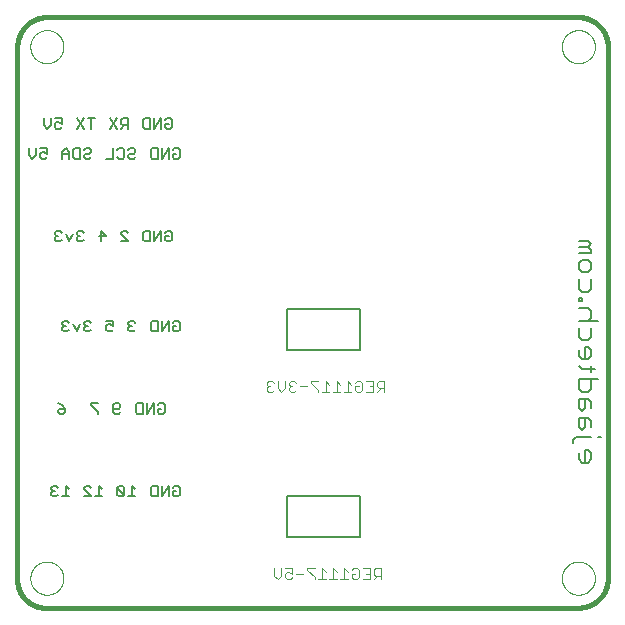
<source format=gbo>
G75*
%MOIN*%
%OFA0B0*%
%FSLAX25Y25*%
%IPPOS*%
%LPD*%
%AMOC8*
5,1,8,0,0,1.08239X$1,22.5*
%
%ADD10C,0.00000*%
%ADD11C,0.00500*%
%ADD12C,0.00800*%
%ADD13C,0.01600*%
%ADD14C,0.00600*%
%ADD15C,0.00400*%
D10*
X0006143Y0011643D02*
X0006145Y0011791D01*
X0006151Y0011939D01*
X0006161Y0012087D01*
X0006175Y0012234D01*
X0006193Y0012381D01*
X0006214Y0012527D01*
X0006240Y0012673D01*
X0006270Y0012818D01*
X0006303Y0012962D01*
X0006341Y0013105D01*
X0006382Y0013247D01*
X0006427Y0013388D01*
X0006475Y0013528D01*
X0006528Y0013667D01*
X0006584Y0013804D01*
X0006644Y0013939D01*
X0006707Y0014073D01*
X0006774Y0014205D01*
X0006845Y0014335D01*
X0006919Y0014463D01*
X0006996Y0014589D01*
X0007077Y0014713D01*
X0007161Y0014835D01*
X0007248Y0014954D01*
X0007339Y0015071D01*
X0007433Y0015186D01*
X0007529Y0015298D01*
X0007629Y0015408D01*
X0007731Y0015514D01*
X0007837Y0015618D01*
X0007945Y0015719D01*
X0008056Y0015817D01*
X0008169Y0015913D01*
X0008285Y0016005D01*
X0008403Y0016094D01*
X0008524Y0016179D01*
X0008647Y0016262D01*
X0008772Y0016341D01*
X0008899Y0016417D01*
X0009028Y0016489D01*
X0009159Y0016558D01*
X0009292Y0016623D01*
X0009427Y0016684D01*
X0009563Y0016742D01*
X0009700Y0016797D01*
X0009839Y0016847D01*
X0009980Y0016894D01*
X0010121Y0016937D01*
X0010264Y0016977D01*
X0010408Y0017012D01*
X0010552Y0017044D01*
X0010698Y0017071D01*
X0010844Y0017095D01*
X0010991Y0017115D01*
X0011138Y0017131D01*
X0011285Y0017143D01*
X0011433Y0017151D01*
X0011581Y0017155D01*
X0011729Y0017155D01*
X0011877Y0017151D01*
X0012025Y0017143D01*
X0012172Y0017131D01*
X0012319Y0017115D01*
X0012466Y0017095D01*
X0012612Y0017071D01*
X0012758Y0017044D01*
X0012902Y0017012D01*
X0013046Y0016977D01*
X0013189Y0016937D01*
X0013330Y0016894D01*
X0013471Y0016847D01*
X0013610Y0016797D01*
X0013747Y0016742D01*
X0013883Y0016684D01*
X0014018Y0016623D01*
X0014151Y0016558D01*
X0014282Y0016489D01*
X0014411Y0016417D01*
X0014538Y0016341D01*
X0014663Y0016262D01*
X0014786Y0016179D01*
X0014907Y0016094D01*
X0015025Y0016005D01*
X0015141Y0015913D01*
X0015254Y0015817D01*
X0015365Y0015719D01*
X0015473Y0015618D01*
X0015579Y0015514D01*
X0015681Y0015408D01*
X0015781Y0015298D01*
X0015877Y0015186D01*
X0015971Y0015071D01*
X0016062Y0014954D01*
X0016149Y0014835D01*
X0016233Y0014713D01*
X0016314Y0014589D01*
X0016391Y0014463D01*
X0016465Y0014335D01*
X0016536Y0014205D01*
X0016603Y0014073D01*
X0016666Y0013939D01*
X0016726Y0013804D01*
X0016782Y0013667D01*
X0016835Y0013528D01*
X0016883Y0013388D01*
X0016928Y0013247D01*
X0016969Y0013105D01*
X0017007Y0012962D01*
X0017040Y0012818D01*
X0017070Y0012673D01*
X0017096Y0012527D01*
X0017117Y0012381D01*
X0017135Y0012234D01*
X0017149Y0012087D01*
X0017159Y0011939D01*
X0017165Y0011791D01*
X0017167Y0011643D01*
X0017165Y0011495D01*
X0017159Y0011347D01*
X0017149Y0011199D01*
X0017135Y0011052D01*
X0017117Y0010905D01*
X0017096Y0010759D01*
X0017070Y0010613D01*
X0017040Y0010468D01*
X0017007Y0010324D01*
X0016969Y0010181D01*
X0016928Y0010039D01*
X0016883Y0009898D01*
X0016835Y0009758D01*
X0016782Y0009619D01*
X0016726Y0009482D01*
X0016666Y0009347D01*
X0016603Y0009213D01*
X0016536Y0009081D01*
X0016465Y0008951D01*
X0016391Y0008823D01*
X0016314Y0008697D01*
X0016233Y0008573D01*
X0016149Y0008451D01*
X0016062Y0008332D01*
X0015971Y0008215D01*
X0015877Y0008100D01*
X0015781Y0007988D01*
X0015681Y0007878D01*
X0015579Y0007772D01*
X0015473Y0007668D01*
X0015365Y0007567D01*
X0015254Y0007469D01*
X0015141Y0007373D01*
X0015025Y0007281D01*
X0014907Y0007192D01*
X0014786Y0007107D01*
X0014663Y0007024D01*
X0014538Y0006945D01*
X0014411Y0006869D01*
X0014282Y0006797D01*
X0014151Y0006728D01*
X0014018Y0006663D01*
X0013883Y0006602D01*
X0013747Y0006544D01*
X0013610Y0006489D01*
X0013471Y0006439D01*
X0013330Y0006392D01*
X0013189Y0006349D01*
X0013046Y0006309D01*
X0012902Y0006274D01*
X0012758Y0006242D01*
X0012612Y0006215D01*
X0012466Y0006191D01*
X0012319Y0006171D01*
X0012172Y0006155D01*
X0012025Y0006143D01*
X0011877Y0006135D01*
X0011729Y0006131D01*
X0011581Y0006131D01*
X0011433Y0006135D01*
X0011285Y0006143D01*
X0011138Y0006155D01*
X0010991Y0006171D01*
X0010844Y0006191D01*
X0010698Y0006215D01*
X0010552Y0006242D01*
X0010408Y0006274D01*
X0010264Y0006309D01*
X0010121Y0006349D01*
X0009980Y0006392D01*
X0009839Y0006439D01*
X0009700Y0006489D01*
X0009563Y0006544D01*
X0009427Y0006602D01*
X0009292Y0006663D01*
X0009159Y0006728D01*
X0009028Y0006797D01*
X0008899Y0006869D01*
X0008772Y0006945D01*
X0008647Y0007024D01*
X0008524Y0007107D01*
X0008403Y0007192D01*
X0008285Y0007281D01*
X0008169Y0007373D01*
X0008056Y0007469D01*
X0007945Y0007567D01*
X0007837Y0007668D01*
X0007731Y0007772D01*
X0007629Y0007878D01*
X0007529Y0007988D01*
X0007433Y0008100D01*
X0007339Y0008215D01*
X0007248Y0008332D01*
X0007161Y0008451D01*
X0007077Y0008573D01*
X0006996Y0008697D01*
X0006919Y0008823D01*
X0006845Y0008951D01*
X0006774Y0009081D01*
X0006707Y0009213D01*
X0006644Y0009347D01*
X0006584Y0009482D01*
X0006528Y0009619D01*
X0006475Y0009758D01*
X0006427Y0009898D01*
X0006382Y0010039D01*
X0006341Y0010181D01*
X0006303Y0010324D01*
X0006270Y0010468D01*
X0006240Y0010613D01*
X0006214Y0010759D01*
X0006193Y0010905D01*
X0006175Y0011052D01*
X0006161Y0011199D01*
X0006151Y0011347D01*
X0006145Y0011495D01*
X0006143Y0011643D01*
X0006143Y0188808D02*
X0006145Y0188956D01*
X0006151Y0189104D01*
X0006161Y0189252D01*
X0006175Y0189399D01*
X0006193Y0189546D01*
X0006214Y0189692D01*
X0006240Y0189838D01*
X0006270Y0189983D01*
X0006303Y0190127D01*
X0006341Y0190270D01*
X0006382Y0190412D01*
X0006427Y0190553D01*
X0006475Y0190693D01*
X0006528Y0190832D01*
X0006584Y0190969D01*
X0006644Y0191104D01*
X0006707Y0191238D01*
X0006774Y0191370D01*
X0006845Y0191500D01*
X0006919Y0191628D01*
X0006996Y0191754D01*
X0007077Y0191878D01*
X0007161Y0192000D01*
X0007248Y0192119D01*
X0007339Y0192236D01*
X0007433Y0192351D01*
X0007529Y0192463D01*
X0007629Y0192573D01*
X0007731Y0192679D01*
X0007837Y0192783D01*
X0007945Y0192884D01*
X0008056Y0192982D01*
X0008169Y0193078D01*
X0008285Y0193170D01*
X0008403Y0193259D01*
X0008524Y0193344D01*
X0008647Y0193427D01*
X0008772Y0193506D01*
X0008899Y0193582D01*
X0009028Y0193654D01*
X0009159Y0193723D01*
X0009292Y0193788D01*
X0009427Y0193849D01*
X0009563Y0193907D01*
X0009700Y0193962D01*
X0009839Y0194012D01*
X0009980Y0194059D01*
X0010121Y0194102D01*
X0010264Y0194142D01*
X0010408Y0194177D01*
X0010552Y0194209D01*
X0010698Y0194236D01*
X0010844Y0194260D01*
X0010991Y0194280D01*
X0011138Y0194296D01*
X0011285Y0194308D01*
X0011433Y0194316D01*
X0011581Y0194320D01*
X0011729Y0194320D01*
X0011877Y0194316D01*
X0012025Y0194308D01*
X0012172Y0194296D01*
X0012319Y0194280D01*
X0012466Y0194260D01*
X0012612Y0194236D01*
X0012758Y0194209D01*
X0012902Y0194177D01*
X0013046Y0194142D01*
X0013189Y0194102D01*
X0013330Y0194059D01*
X0013471Y0194012D01*
X0013610Y0193962D01*
X0013747Y0193907D01*
X0013883Y0193849D01*
X0014018Y0193788D01*
X0014151Y0193723D01*
X0014282Y0193654D01*
X0014411Y0193582D01*
X0014538Y0193506D01*
X0014663Y0193427D01*
X0014786Y0193344D01*
X0014907Y0193259D01*
X0015025Y0193170D01*
X0015141Y0193078D01*
X0015254Y0192982D01*
X0015365Y0192884D01*
X0015473Y0192783D01*
X0015579Y0192679D01*
X0015681Y0192573D01*
X0015781Y0192463D01*
X0015877Y0192351D01*
X0015971Y0192236D01*
X0016062Y0192119D01*
X0016149Y0192000D01*
X0016233Y0191878D01*
X0016314Y0191754D01*
X0016391Y0191628D01*
X0016465Y0191500D01*
X0016536Y0191370D01*
X0016603Y0191238D01*
X0016666Y0191104D01*
X0016726Y0190969D01*
X0016782Y0190832D01*
X0016835Y0190693D01*
X0016883Y0190553D01*
X0016928Y0190412D01*
X0016969Y0190270D01*
X0017007Y0190127D01*
X0017040Y0189983D01*
X0017070Y0189838D01*
X0017096Y0189692D01*
X0017117Y0189546D01*
X0017135Y0189399D01*
X0017149Y0189252D01*
X0017159Y0189104D01*
X0017165Y0188956D01*
X0017167Y0188808D01*
X0017165Y0188660D01*
X0017159Y0188512D01*
X0017149Y0188364D01*
X0017135Y0188217D01*
X0017117Y0188070D01*
X0017096Y0187924D01*
X0017070Y0187778D01*
X0017040Y0187633D01*
X0017007Y0187489D01*
X0016969Y0187346D01*
X0016928Y0187204D01*
X0016883Y0187063D01*
X0016835Y0186923D01*
X0016782Y0186784D01*
X0016726Y0186647D01*
X0016666Y0186512D01*
X0016603Y0186378D01*
X0016536Y0186246D01*
X0016465Y0186116D01*
X0016391Y0185988D01*
X0016314Y0185862D01*
X0016233Y0185738D01*
X0016149Y0185616D01*
X0016062Y0185497D01*
X0015971Y0185380D01*
X0015877Y0185265D01*
X0015781Y0185153D01*
X0015681Y0185043D01*
X0015579Y0184937D01*
X0015473Y0184833D01*
X0015365Y0184732D01*
X0015254Y0184634D01*
X0015141Y0184538D01*
X0015025Y0184446D01*
X0014907Y0184357D01*
X0014786Y0184272D01*
X0014663Y0184189D01*
X0014538Y0184110D01*
X0014411Y0184034D01*
X0014282Y0183962D01*
X0014151Y0183893D01*
X0014018Y0183828D01*
X0013883Y0183767D01*
X0013747Y0183709D01*
X0013610Y0183654D01*
X0013471Y0183604D01*
X0013330Y0183557D01*
X0013189Y0183514D01*
X0013046Y0183474D01*
X0012902Y0183439D01*
X0012758Y0183407D01*
X0012612Y0183380D01*
X0012466Y0183356D01*
X0012319Y0183336D01*
X0012172Y0183320D01*
X0012025Y0183308D01*
X0011877Y0183300D01*
X0011729Y0183296D01*
X0011581Y0183296D01*
X0011433Y0183300D01*
X0011285Y0183308D01*
X0011138Y0183320D01*
X0010991Y0183336D01*
X0010844Y0183356D01*
X0010698Y0183380D01*
X0010552Y0183407D01*
X0010408Y0183439D01*
X0010264Y0183474D01*
X0010121Y0183514D01*
X0009980Y0183557D01*
X0009839Y0183604D01*
X0009700Y0183654D01*
X0009563Y0183709D01*
X0009427Y0183767D01*
X0009292Y0183828D01*
X0009159Y0183893D01*
X0009028Y0183962D01*
X0008899Y0184034D01*
X0008772Y0184110D01*
X0008647Y0184189D01*
X0008524Y0184272D01*
X0008403Y0184357D01*
X0008285Y0184446D01*
X0008169Y0184538D01*
X0008056Y0184634D01*
X0007945Y0184732D01*
X0007837Y0184833D01*
X0007731Y0184937D01*
X0007629Y0185043D01*
X0007529Y0185153D01*
X0007433Y0185265D01*
X0007339Y0185380D01*
X0007248Y0185497D01*
X0007161Y0185616D01*
X0007077Y0185738D01*
X0006996Y0185862D01*
X0006919Y0185988D01*
X0006845Y0186116D01*
X0006774Y0186246D01*
X0006707Y0186378D01*
X0006644Y0186512D01*
X0006584Y0186647D01*
X0006528Y0186784D01*
X0006475Y0186923D01*
X0006427Y0187063D01*
X0006382Y0187204D01*
X0006341Y0187346D01*
X0006303Y0187489D01*
X0006270Y0187633D01*
X0006240Y0187778D01*
X0006214Y0187924D01*
X0006193Y0188070D01*
X0006175Y0188217D01*
X0006161Y0188364D01*
X0006151Y0188512D01*
X0006145Y0188660D01*
X0006143Y0188808D01*
X0183309Y0188808D02*
X0183311Y0188956D01*
X0183317Y0189104D01*
X0183327Y0189252D01*
X0183341Y0189399D01*
X0183359Y0189546D01*
X0183380Y0189692D01*
X0183406Y0189838D01*
X0183436Y0189983D01*
X0183469Y0190127D01*
X0183507Y0190270D01*
X0183548Y0190412D01*
X0183593Y0190553D01*
X0183641Y0190693D01*
X0183694Y0190832D01*
X0183750Y0190969D01*
X0183810Y0191104D01*
X0183873Y0191238D01*
X0183940Y0191370D01*
X0184011Y0191500D01*
X0184085Y0191628D01*
X0184162Y0191754D01*
X0184243Y0191878D01*
X0184327Y0192000D01*
X0184414Y0192119D01*
X0184505Y0192236D01*
X0184599Y0192351D01*
X0184695Y0192463D01*
X0184795Y0192573D01*
X0184897Y0192679D01*
X0185003Y0192783D01*
X0185111Y0192884D01*
X0185222Y0192982D01*
X0185335Y0193078D01*
X0185451Y0193170D01*
X0185569Y0193259D01*
X0185690Y0193344D01*
X0185813Y0193427D01*
X0185938Y0193506D01*
X0186065Y0193582D01*
X0186194Y0193654D01*
X0186325Y0193723D01*
X0186458Y0193788D01*
X0186593Y0193849D01*
X0186729Y0193907D01*
X0186866Y0193962D01*
X0187005Y0194012D01*
X0187146Y0194059D01*
X0187287Y0194102D01*
X0187430Y0194142D01*
X0187574Y0194177D01*
X0187718Y0194209D01*
X0187864Y0194236D01*
X0188010Y0194260D01*
X0188157Y0194280D01*
X0188304Y0194296D01*
X0188451Y0194308D01*
X0188599Y0194316D01*
X0188747Y0194320D01*
X0188895Y0194320D01*
X0189043Y0194316D01*
X0189191Y0194308D01*
X0189338Y0194296D01*
X0189485Y0194280D01*
X0189632Y0194260D01*
X0189778Y0194236D01*
X0189924Y0194209D01*
X0190068Y0194177D01*
X0190212Y0194142D01*
X0190355Y0194102D01*
X0190496Y0194059D01*
X0190637Y0194012D01*
X0190776Y0193962D01*
X0190913Y0193907D01*
X0191049Y0193849D01*
X0191184Y0193788D01*
X0191317Y0193723D01*
X0191448Y0193654D01*
X0191577Y0193582D01*
X0191704Y0193506D01*
X0191829Y0193427D01*
X0191952Y0193344D01*
X0192073Y0193259D01*
X0192191Y0193170D01*
X0192307Y0193078D01*
X0192420Y0192982D01*
X0192531Y0192884D01*
X0192639Y0192783D01*
X0192745Y0192679D01*
X0192847Y0192573D01*
X0192947Y0192463D01*
X0193043Y0192351D01*
X0193137Y0192236D01*
X0193228Y0192119D01*
X0193315Y0192000D01*
X0193399Y0191878D01*
X0193480Y0191754D01*
X0193557Y0191628D01*
X0193631Y0191500D01*
X0193702Y0191370D01*
X0193769Y0191238D01*
X0193832Y0191104D01*
X0193892Y0190969D01*
X0193948Y0190832D01*
X0194001Y0190693D01*
X0194049Y0190553D01*
X0194094Y0190412D01*
X0194135Y0190270D01*
X0194173Y0190127D01*
X0194206Y0189983D01*
X0194236Y0189838D01*
X0194262Y0189692D01*
X0194283Y0189546D01*
X0194301Y0189399D01*
X0194315Y0189252D01*
X0194325Y0189104D01*
X0194331Y0188956D01*
X0194333Y0188808D01*
X0194331Y0188660D01*
X0194325Y0188512D01*
X0194315Y0188364D01*
X0194301Y0188217D01*
X0194283Y0188070D01*
X0194262Y0187924D01*
X0194236Y0187778D01*
X0194206Y0187633D01*
X0194173Y0187489D01*
X0194135Y0187346D01*
X0194094Y0187204D01*
X0194049Y0187063D01*
X0194001Y0186923D01*
X0193948Y0186784D01*
X0193892Y0186647D01*
X0193832Y0186512D01*
X0193769Y0186378D01*
X0193702Y0186246D01*
X0193631Y0186116D01*
X0193557Y0185988D01*
X0193480Y0185862D01*
X0193399Y0185738D01*
X0193315Y0185616D01*
X0193228Y0185497D01*
X0193137Y0185380D01*
X0193043Y0185265D01*
X0192947Y0185153D01*
X0192847Y0185043D01*
X0192745Y0184937D01*
X0192639Y0184833D01*
X0192531Y0184732D01*
X0192420Y0184634D01*
X0192307Y0184538D01*
X0192191Y0184446D01*
X0192073Y0184357D01*
X0191952Y0184272D01*
X0191829Y0184189D01*
X0191704Y0184110D01*
X0191577Y0184034D01*
X0191448Y0183962D01*
X0191317Y0183893D01*
X0191184Y0183828D01*
X0191049Y0183767D01*
X0190913Y0183709D01*
X0190776Y0183654D01*
X0190637Y0183604D01*
X0190496Y0183557D01*
X0190355Y0183514D01*
X0190212Y0183474D01*
X0190068Y0183439D01*
X0189924Y0183407D01*
X0189778Y0183380D01*
X0189632Y0183356D01*
X0189485Y0183336D01*
X0189338Y0183320D01*
X0189191Y0183308D01*
X0189043Y0183300D01*
X0188895Y0183296D01*
X0188747Y0183296D01*
X0188599Y0183300D01*
X0188451Y0183308D01*
X0188304Y0183320D01*
X0188157Y0183336D01*
X0188010Y0183356D01*
X0187864Y0183380D01*
X0187718Y0183407D01*
X0187574Y0183439D01*
X0187430Y0183474D01*
X0187287Y0183514D01*
X0187146Y0183557D01*
X0187005Y0183604D01*
X0186866Y0183654D01*
X0186729Y0183709D01*
X0186593Y0183767D01*
X0186458Y0183828D01*
X0186325Y0183893D01*
X0186194Y0183962D01*
X0186065Y0184034D01*
X0185938Y0184110D01*
X0185813Y0184189D01*
X0185690Y0184272D01*
X0185569Y0184357D01*
X0185451Y0184446D01*
X0185335Y0184538D01*
X0185222Y0184634D01*
X0185111Y0184732D01*
X0185003Y0184833D01*
X0184897Y0184937D01*
X0184795Y0185043D01*
X0184695Y0185153D01*
X0184599Y0185265D01*
X0184505Y0185380D01*
X0184414Y0185497D01*
X0184327Y0185616D01*
X0184243Y0185738D01*
X0184162Y0185862D01*
X0184085Y0185988D01*
X0184011Y0186116D01*
X0183940Y0186246D01*
X0183873Y0186378D01*
X0183810Y0186512D01*
X0183750Y0186647D01*
X0183694Y0186784D01*
X0183641Y0186923D01*
X0183593Y0187063D01*
X0183548Y0187204D01*
X0183507Y0187346D01*
X0183469Y0187489D01*
X0183436Y0187633D01*
X0183406Y0187778D01*
X0183380Y0187924D01*
X0183359Y0188070D01*
X0183341Y0188217D01*
X0183327Y0188364D01*
X0183317Y0188512D01*
X0183311Y0188660D01*
X0183309Y0188808D01*
X0183309Y0011643D02*
X0183311Y0011791D01*
X0183317Y0011939D01*
X0183327Y0012087D01*
X0183341Y0012234D01*
X0183359Y0012381D01*
X0183380Y0012527D01*
X0183406Y0012673D01*
X0183436Y0012818D01*
X0183469Y0012962D01*
X0183507Y0013105D01*
X0183548Y0013247D01*
X0183593Y0013388D01*
X0183641Y0013528D01*
X0183694Y0013667D01*
X0183750Y0013804D01*
X0183810Y0013939D01*
X0183873Y0014073D01*
X0183940Y0014205D01*
X0184011Y0014335D01*
X0184085Y0014463D01*
X0184162Y0014589D01*
X0184243Y0014713D01*
X0184327Y0014835D01*
X0184414Y0014954D01*
X0184505Y0015071D01*
X0184599Y0015186D01*
X0184695Y0015298D01*
X0184795Y0015408D01*
X0184897Y0015514D01*
X0185003Y0015618D01*
X0185111Y0015719D01*
X0185222Y0015817D01*
X0185335Y0015913D01*
X0185451Y0016005D01*
X0185569Y0016094D01*
X0185690Y0016179D01*
X0185813Y0016262D01*
X0185938Y0016341D01*
X0186065Y0016417D01*
X0186194Y0016489D01*
X0186325Y0016558D01*
X0186458Y0016623D01*
X0186593Y0016684D01*
X0186729Y0016742D01*
X0186866Y0016797D01*
X0187005Y0016847D01*
X0187146Y0016894D01*
X0187287Y0016937D01*
X0187430Y0016977D01*
X0187574Y0017012D01*
X0187718Y0017044D01*
X0187864Y0017071D01*
X0188010Y0017095D01*
X0188157Y0017115D01*
X0188304Y0017131D01*
X0188451Y0017143D01*
X0188599Y0017151D01*
X0188747Y0017155D01*
X0188895Y0017155D01*
X0189043Y0017151D01*
X0189191Y0017143D01*
X0189338Y0017131D01*
X0189485Y0017115D01*
X0189632Y0017095D01*
X0189778Y0017071D01*
X0189924Y0017044D01*
X0190068Y0017012D01*
X0190212Y0016977D01*
X0190355Y0016937D01*
X0190496Y0016894D01*
X0190637Y0016847D01*
X0190776Y0016797D01*
X0190913Y0016742D01*
X0191049Y0016684D01*
X0191184Y0016623D01*
X0191317Y0016558D01*
X0191448Y0016489D01*
X0191577Y0016417D01*
X0191704Y0016341D01*
X0191829Y0016262D01*
X0191952Y0016179D01*
X0192073Y0016094D01*
X0192191Y0016005D01*
X0192307Y0015913D01*
X0192420Y0015817D01*
X0192531Y0015719D01*
X0192639Y0015618D01*
X0192745Y0015514D01*
X0192847Y0015408D01*
X0192947Y0015298D01*
X0193043Y0015186D01*
X0193137Y0015071D01*
X0193228Y0014954D01*
X0193315Y0014835D01*
X0193399Y0014713D01*
X0193480Y0014589D01*
X0193557Y0014463D01*
X0193631Y0014335D01*
X0193702Y0014205D01*
X0193769Y0014073D01*
X0193832Y0013939D01*
X0193892Y0013804D01*
X0193948Y0013667D01*
X0194001Y0013528D01*
X0194049Y0013388D01*
X0194094Y0013247D01*
X0194135Y0013105D01*
X0194173Y0012962D01*
X0194206Y0012818D01*
X0194236Y0012673D01*
X0194262Y0012527D01*
X0194283Y0012381D01*
X0194301Y0012234D01*
X0194315Y0012087D01*
X0194325Y0011939D01*
X0194331Y0011791D01*
X0194333Y0011643D01*
X0194331Y0011495D01*
X0194325Y0011347D01*
X0194315Y0011199D01*
X0194301Y0011052D01*
X0194283Y0010905D01*
X0194262Y0010759D01*
X0194236Y0010613D01*
X0194206Y0010468D01*
X0194173Y0010324D01*
X0194135Y0010181D01*
X0194094Y0010039D01*
X0194049Y0009898D01*
X0194001Y0009758D01*
X0193948Y0009619D01*
X0193892Y0009482D01*
X0193832Y0009347D01*
X0193769Y0009213D01*
X0193702Y0009081D01*
X0193631Y0008951D01*
X0193557Y0008823D01*
X0193480Y0008697D01*
X0193399Y0008573D01*
X0193315Y0008451D01*
X0193228Y0008332D01*
X0193137Y0008215D01*
X0193043Y0008100D01*
X0192947Y0007988D01*
X0192847Y0007878D01*
X0192745Y0007772D01*
X0192639Y0007668D01*
X0192531Y0007567D01*
X0192420Y0007469D01*
X0192307Y0007373D01*
X0192191Y0007281D01*
X0192073Y0007192D01*
X0191952Y0007107D01*
X0191829Y0007024D01*
X0191704Y0006945D01*
X0191577Y0006869D01*
X0191448Y0006797D01*
X0191317Y0006728D01*
X0191184Y0006663D01*
X0191049Y0006602D01*
X0190913Y0006544D01*
X0190776Y0006489D01*
X0190637Y0006439D01*
X0190496Y0006392D01*
X0190355Y0006349D01*
X0190212Y0006309D01*
X0190068Y0006274D01*
X0189924Y0006242D01*
X0189778Y0006215D01*
X0189632Y0006191D01*
X0189485Y0006171D01*
X0189338Y0006155D01*
X0189191Y0006143D01*
X0189043Y0006135D01*
X0188895Y0006131D01*
X0188747Y0006131D01*
X0188599Y0006135D01*
X0188451Y0006143D01*
X0188304Y0006155D01*
X0188157Y0006171D01*
X0188010Y0006191D01*
X0187864Y0006215D01*
X0187718Y0006242D01*
X0187574Y0006274D01*
X0187430Y0006309D01*
X0187287Y0006349D01*
X0187146Y0006392D01*
X0187005Y0006439D01*
X0186866Y0006489D01*
X0186729Y0006544D01*
X0186593Y0006602D01*
X0186458Y0006663D01*
X0186325Y0006728D01*
X0186194Y0006797D01*
X0186065Y0006869D01*
X0185938Y0006945D01*
X0185813Y0007024D01*
X0185690Y0007107D01*
X0185569Y0007192D01*
X0185451Y0007281D01*
X0185335Y0007373D01*
X0185222Y0007469D01*
X0185111Y0007567D01*
X0185003Y0007668D01*
X0184897Y0007772D01*
X0184795Y0007878D01*
X0184695Y0007988D01*
X0184599Y0008100D01*
X0184505Y0008215D01*
X0184414Y0008332D01*
X0184327Y0008451D01*
X0184243Y0008573D01*
X0184162Y0008697D01*
X0184085Y0008823D01*
X0184011Y0008951D01*
X0183940Y0009081D01*
X0183873Y0009213D01*
X0183810Y0009347D01*
X0183750Y0009482D01*
X0183694Y0009619D01*
X0183641Y0009758D01*
X0183593Y0009898D01*
X0183548Y0010039D01*
X0183507Y0010181D01*
X0183469Y0010324D01*
X0183436Y0010468D01*
X0183406Y0010613D01*
X0183380Y0010759D01*
X0183359Y0010905D01*
X0183341Y0011052D01*
X0183327Y0011199D01*
X0183317Y0011347D01*
X0183311Y0011495D01*
X0183309Y0011643D01*
D11*
X0055913Y0039484D02*
X0055330Y0038900D01*
X0054162Y0038900D01*
X0053578Y0039484D01*
X0053578Y0040652D01*
X0054746Y0040652D01*
X0055913Y0041820D02*
X0055913Y0039484D01*
X0055913Y0041820D02*
X0055330Y0042403D01*
X0054162Y0042403D01*
X0053578Y0041820D01*
X0052230Y0042403D02*
X0052230Y0038900D01*
X0049895Y0038900D02*
X0049895Y0042403D01*
X0048547Y0042403D02*
X0046796Y0042403D01*
X0046212Y0041820D01*
X0046212Y0039484D01*
X0046796Y0038900D01*
X0048547Y0038900D01*
X0048547Y0042403D01*
X0052230Y0042403D02*
X0049895Y0038900D01*
X0041181Y0038900D02*
X0038845Y0038900D01*
X0040013Y0038900D02*
X0040013Y0042403D01*
X0041181Y0041236D01*
X0037498Y0041820D02*
X0037498Y0039484D01*
X0035162Y0041820D01*
X0035162Y0039484D01*
X0035746Y0038900D01*
X0036914Y0038900D01*
X0037498Y0039484D01*
X0037498Y0041820D02*
X0036914Y0042403D01*
X0035746Y0042403D01*
X0035162Y0041820D01*
X0030131Y0041236D02*
X0028964Y0042403D01*
X0028964Y0038900D01*
X0030131Y0038900D02*
X0027796Y0038900D01*
X0026448Y0038900D02*
X0024113Y0041236D01*
X0024113Y0041820D01*
X0024697Y0042403D01*
X0025864Y0042403D01*
X0026448Y0041820D01*
X0026448Y0038900D02*
X0024113Y0038900D01*
X0019082Y0038900D02*
X0016747Y0038900D01*
X0017914Y0038900D02*
X0017914Y0042403D01*
X0019082Y0041236D01*
X0015399Y0041820D02*
X0014815Y0042403D01*
X0013647Y0042403D01*
X0013063Y0041820D01*
X0013063Y0041236D01*
X0013647Y0040652D01*
X0013063Y0040068D01*
X0013063Y0039484D01*
X0013647Y0038900D01*
X0014815Y0038900D01*
X0015399Y0039484D01*
X0014231Y0040652D02*
X0013647Y0040652D01*
X0016014Y0066400D02*
X0015430Y0066984D01*
X0015430Y0067568D01*
X0016014Y0068152D01*
X0017765Y0068152D01*
X0017765Y0066984D01*
X0017181Y0066400D01*
X0016014Y0066400D01*
X0017765Y0068152D02*
X0016597Y0069320D01*
X0015430Y0069903D01*
X0026479Y0069903D02*
X0026479Y0069320D01*
X0028814Y0066984D01*
X0028814Y0066400D01*
X0028814Y0069903D02*
X0026479Y0069903D01*
X0033845Y0069320D02*
X0033845Y0066984D01*
X0034429Y0066400D01*
X0035597Y0066400D01*
X0036181Y0066984D01*
X0035597Y0068152D02*
X0036181Y0068736D01*
X0036181Y0069320D01*
X0035597Y0069903D01*
X0034429Y0069903D01*
X0033845Y0069320D01*
X0033845Y0068152D02*
X0035597Y0068152D01*
X0041212Y0066984D02*
X0041212Y0069320D01*
X0041796Y0069903D01*
X0043547Y0069903D01*
X0043547Y0066400D01*
X0041796Y0066400D01*
X0041212Y0066984D01*
X0044895Y0066400D02*
X0044895Y0069903D01*
X0047230Y0069903D02*
X0044895Y0066400D01*
X0047230Y0066400D02*
X0047230Y0069903D01*
X0048578Y0069320D02*
X0049162Y0069903D01*
X0050330Y0069903D01*
X0050913Y0069320D01*
X0050913Y0066984D01*
X0050330Y0066400D01*
X0049162Y0066400D01*
X0048578Y0066984D01*
X0048578Y0068152D01*
X0049746Y0068152D01*
X0049895Y0093900D02*
X0049895Y0097403D01*
X0048547Y0097403D02*
X0046796Y0097403D01*
X0046212Y0096820D01*
X0046212Y0094484D01*
X0046796Y0093900D01*
X0048547Y0093900D01*
X0048547Y0097403D01*
X0052230Y0097403D02*
X0049895Y0093900D01*
X0052230Y0093900D02*
X0052230Y0097403D01*
X0053578Y0096820D02*
X0054162Y0097403D01*
X0055330Y0097403D01*
X0055913Y0096820D01*
X0055913Y0094484D01*
X0055330Y0093900D01*
X0054162Y0093900D01*
X0053578Y0094484D01*
X0053578Y0095652D01*
X0054746Y0095652D01*
X0041181Y0096820D02*
X0040597Y0097403D01*
X0039429Y0097403D01*
X0038845Y0096820D01*
X0038845Y0096236D01*
X0039429Y0095652D01*
X0038845Y0095068D01*
X0038845Y0094484D01*
X0039429Y0093900D01*
X0040597Y0093900D01*
X0041181Y0094484D01*
X0040013Y0095652D02*
X0039429Y0095652D01*
X0033814Y0095652D02*
X0032647Y0096236D01*
X0032063Y0096236D01*
X0031479Y0095652D01*
X0031479Y0094484D01*
X0032063Y0093900D01*
X0033231Y0093900D01*
X0033814Y0094484D01*
X0033814Y0095652D02*
X0033814Y0097403D01*
X0031479Y0097403D01*
X0026448Y0096820D02*
X0025864Y0097403D01*
X0024697Y0097403D01*
X0024113Y0096820D01*
X0024113Y0096236D01*
X0024697Y0095652D01*
X0024113Y0095068D01*
X0024113Y0094484D01*
X0024697Y0093900D01*
X0025864Y0093900D01*
X0026448Y0094484D01*
X0025281Y0095652D02*
X0024697Y0095652D01*
X0022765Y0096236D02*
X0021597Y0093900D01*
X0020430Y0096236D01*
X0019082Y0096820D02*
X0018498Y0097403D01*
X0017330Y0097403D01*
X0016747Y0096820D01*
X0016747Y0096236D01*
X0017330Y0095652D01*
X0016747Y0095068D01*
X0016747Y0094484D01*
X0017330Y0093900D01*
X0018498Y0093900D01*
X0019082Y0094484D01*
X0017914Y0095652D02*
X0017330Y0095652D01*
X0015998Y0123900D02*
X0016582Y0124484D01*
X0015998Y0123900D02*
X0014830Y0123900D01*
X0014247Y0124484D01*
X0014247Y0125068D01*
X0014830Y0125652D01*
X0015414Y0125652D01*
X0014830Y0125652D02*
X0014247Y0126236D01*
X0014247Y0126820D01*
X0014830Y0127403D01*
X0015998Y0127403D01*
X0016582Y0126820D01*
X0017930Y0126236D02*
X0019097Y0123900D01*
X0020265Y0126236D01*
X0021613Y0126236D02*
X0022197Y0125652D01*
X0021613Y0125068D01*
X0021613Y0124484D01*
X0022197Y0123900D01*
X0023364Y0123900D01*
X0023948Y0124484D01*
X0022781Y0125652D02*
X0022197Y0125652D01*
X0021613Y0126236D02*
X0021613Y0126820D01*
X0022197Y0127403D01*
X0023364Y0127403D01*
X0023948Y0126820D01*
X0028979Y0125652D02*
X0031314Y0125652D01*
X0029563Y0127403D01*
X0029563Y0123900D01*
X0036345Y0123900D02*
X0038681Y0123900D01*
X0036345Y0126236D01*
X0036345Y0126820D01*
X0036929Y0127403D01*
X0038097Y0127403D01*
X0038681Y0126820D01*
X0043712Y0126820D02*
X0043712Y0124484D01*
X0044296Y0123900D01*
X0046047Y0123900D01*
X0046047Y0127403D01*
X0044296Y0127403D01*
X0043712Y0126820D01*
X0047395Y0127403D02*
X0047395Y0123900D01*
X0049730Y0127403D01*
X0049730Y0123900D01*
X0051078Y0124484D02*
X0051078Y0125652D01*
X0052246Y0125652D01*
X0053413Y0126820D02*
X0053413Y0124484D01*
X0052830Y0123900D01*
X0051662Y0123900D01*
X0051078Y0124484D01*
X0051078Y0126820D02*
X0051662Y0127403D01*
X0052830Y0127403D01*
X0053413Y0126820D01*
X0054162Y0151400D02*
X0053578Y0151984D01*
X0053578Y0153152D01*
X0054746Y0153152D01*
X0055913Y0154320D02*
X0055913Y0151984D01*
X0055330Y0151400D01*
X0054162Y0151400D01*
X0052230Y0151400D02*
X0052230Y0154903D01*
X0049895Y0151400D01*
X0049895Y0154903D01*
X0048547Y0154903D02*
X0046796Y0154903D01*
X0046212Y0154320D01*
X0046212Y0151984D01*
X0046796Y0151400D01*
X0048547Y0151400D01*
X0048547Y0154903D01*
X0053578Y0154320D02*
X0054162Y0154903D01*
X0055330Y0154903D01*
X0055913Y0154320D01*
X0052830Y0161400D02*
X0051662Y0161400D01*
X0051078Y0161984D01*
X0051078Y0163152D01*
X0052246Y0163152D01*
X0053413Y0164320D02*
X0053413Y0161984D01*
X0052830Y0161400D01*
X0053413Y0164320D02*
X0052830Y0164903D01*
X0051662Y0164903D01*
X0051078Y0164320D01*
X0049730Y0164903D02*
X0049730Y0161400D01*
X0047395Y0161400D02*
X0047395Y0164903D01*
X0046047Y0164903D02*
X0044296Y0164903D01*
X0043712Y0164320D01*
X0043712Y0161984D01*
X0044296Y0161400D01*
X0046047Y0161400D01*
X0046047Y0164903D01*
X0049730Y0164903D02*
X0047395Y0161400D01*
X0040597Y0154903D02*
X0041181Y0154320D01*
X0041181Y0153736D01*
X0040597Y0153152D01*
X0039429Y0153152D01*
X0038845Y0152568D01*
X0038845Y0151984D01*
X0039429Y0151400D01*
X0040597Y0151400D01*
X0041181Y0151984D01*
X0038845Y0154320D02*
X0039429Y0154903D01*
X0040597Y0154903D01*
X0037498Y0154320D02*
X0037498Y0151984D01*
X0036914Y0151400D01*
X0035746Y0151400D01*
X0035162Y0151984D01*
X0033814Y0151400D02*
X0031479Y0151400D01*
X0033814Y0151400D02*
X0033814Y0154903D01*
X0035162Y0154320D02*
X0035746Y0154903D01*
X0036914Y0154903D01*
X0037498Y0154320D01*
X0036345Y0161400D02*
X0037513Y0162568D01*
X0036929Y0162568D02*
X0038681Y0162568D01*
X0038681Y0161400D02*
X0038681Y0164903D01*
X0036929Y0164903D01*
X0036345Y0164320D01*
X0036345Y0163152D01*
X0036929Y0162568D01*
X0034998Y0161400D02*
X0032662Y0164903D01*
X0034998Y0164903D02*
X0032662Y0161400D01*
X0027631Y0164903D02*
X0025296Y0164903D01*
X0026464Y0164903D02*
X0026464Y0161400D01*
X0023948Y0161400D02*
X0021613Y0164903D01*
X0023948Y0164903D02*
X0021613Y0161400D01*
X0016582Y0161984D02*
X0015998Y0161400D01*
X0014830Y0161400D01*
X0014247Y0161984D01*
X0014247Y0163152D01*
X0014830Y0163736D01*
X0015414Y0163736D01*
X0016582Y0163152D01*
X0016582Y0164903D01*
X0014247Y0164903D01*
X0012899Y0164903D02*
X0012899Y0162568D01*
X0011731Y0161400D01*
X0010563Y0162568D01*
X0010563Y0164903D01*
X0011716Y0154903D02*
X0009380Y0154903D01*
X0009964Y0153736D02*
X0009380Y0153152D01*
X0009380Y0151984D01*
X0009964Y0151400D01*
X0011132Y0151400D01*
X0011716Y0151984D01*
X0011716Y0153152D02*
X0010548Y0153736D01*
X0009964Y0153736D01*
X0011716Y0153152D02*
X0011716Y0154903D01*
X0008032Y0154903D02*
X0008032Y0152568D01*
X0006865Y0151400D01*
X0005697Y0152568D01*
X0005697Y0154903D01*
X0016747Y0153736D02*
X0016747Y0151400D01*
X0016747Y0153152D02*
X0019082Y0153152D01*
X0019082Y0153736D02*
X0017914Y0154903D01*
X0016747Y0153736D01*
X0019082Y0153736D02*
X0019082Y0151400D01*
X0020430Y0151984D02*
X0020430Y0154320D01*
X0021014Y0154903D01*
X0022765Y0154903D01*
X0022765Y0151400D01*
X0021014Y0151400D01*
X0020430Y0151984D01*
X0024113Y0151984D02*
X0024697Y0151400D01*
X0025864Y0151400D01*
X0026448Y0151984D01*
X0025864Y0153152D02*
X0024697Y0153152D01*
X0024113Y0152568D01*
X0024113Y0151984D01*
X0025864Y0153152D02*
X0026448Y0153736D01*
X0026448Y0154320D01*
X0025864Y0154903D01*
X0024697Y0154903D01*
X0024113Y0154320D01*
D12*
X0186983Y0057660D02*
X0188017Y0058694D01*
X0193188Y0058694D01*
X0195257Y0058694D02*
X0196291Y0058694D01*
X0193188Y0061957D02*
X0193188Y0064025D01*
X0192154Y0065059D01*
X0189052Y0065059D01*
X0189052Y0061957D01*
X0190086Y0060923D01*
X0191120Y0061957D01*
X0191120Y0065059D01*
X0190086Y0067368D02*
X0191120Y0068402D01*
X0191120Y0071505D01*
X0192154Y0071505D02*
X0189052Y0071505D01*
X0189052Y0068402D01*
X0190086Y0067368D01*
X0193188Y0068402D02*
X0193188Y0070471D01*
X0192154Y0071505D01*
X0192154Y0073814D02*
X0190086Y0073814D01*
X0189052Y0074848D01*
X0189052Y0077950D01*
X0195257Y0077950D01*
X0193188Y0077950D02*
X0193188Y0074848D01*
X0192154Y0073814D01*
X0193188Y0080259D02*
X0193188Y0082328D01*
X0194223Y0081293D02*
X0190086Y0081293D01*
X0189052Y0082328D01*
X0190086Y0084556D02*
X0192154Y0084556D01*
X0193188Y0085590D01*
X0193188Y0087659D01*
X0192154Y0088693D01*
X0191120Y0088693D01*
X0191120Y0084556D01*
X0190086Y0084556D02*
X0189052Y0085590D01*
X0189052Y0087659D01*
X0190086Y0091002D02*
X0189052Y0092036D01*
X0189052Y0095138D01*
X0189052Y0097447D02*
X0195257Y0097447D01*
X0193188Y0098481D02*
X0193188Y0100550D01*
X0192154Y0101584D01*
X0189052Y0101584D01*
X0189052Y0103893D02*
X0189052Y0104927D01*
X0190086Y0104927D01*
X0190086Y0103893D01*
X0189052Y0103893D01*
X0190086Y0107115D02*
X0189052Y0108150D01*
X0189052Y0111252D01*
X0190086Y0113561D02*
X0189052Y0114595D01*
X0189052Y0116663D01*
X0190086Y0117698D01*
X0192154Y0117698D01*
X0193188Y0116663D01*
X0193188Y0114595D01*
X0192154Y0113561D01*
X0190086Y0113561D01*
X0193188Y0111252D02*
X0193188Y0108150D01*
X0192154Y0107115D01*
X0190086Y0107115D01*
X0193188Y0098481D02*
X0192154Y0097447D01*
X0193188Y0095138D02*
X0193188Y0092036D01*
X0192154Y0091002D01*
X0190086Y0091002D01*
X0189052Y0120006D02*
X0193188Y0120006D01*
X0193188Y0121041D01*
X0192154Y0122075D01*
X0193188Y0123109D01*
X0192154Y0124143D01*
X0189052Y0124143D01*
X0189052Y0122075D02*
X0192154Y0122075D01*
X0186983Y0057660D02*
X0186983Y0056626D01*
X0189052Y0053283D02*
X0189052Y0051214D01*
X0190086Y0050180D01*
X0192154Y0050180D01*
X0193188Y0051214D01*
X0193188Y0053283D01*
X0192154Y0054317D01*
X0191120Y0054317D01*
X0191120Y0050180D01*
D13*
X0188821Y0001800D02*
X0010671Y0001800D01*
X0010445Y0001815D01*
X0010220Y0001835D01*
X0009995Y0001860D01*
X0009771Y0001891D01*
X0009547Y0001927D01*
X0009325Y0001969D01*
X0009104Y0002016D01*
X0008884Y0002069D01*
X0008665Y0002126D01*
X0008448Y0002189D01*
X0008232Y0002258D01*
X0008018Y0002331D01*
X0007806Y0002410D01*
X0007595Y0002493D01*
X0007387Y0002582D01*
X0007181Y0002676D01*
X0006978Y0002774D01*
X0006777Y0002878D01*
X0006578Y0002986D01*
X0006382Y0003100D01*
X0006189Y0003218D01*
X0005999Y0003340D01*
X0005812Y0003467D01*
X0005627Y0003599D01*
X0005447Y0003735D01*
X0005269Y0003875D01*
X0005095Y0004019D01*
X0004924Y0004168D01*
X0004758Y0004321D01*
X0004594Y0004478D01*
X0004435Y0004638D01*
X0004280Y0004803D01*
X0004128Y0004971D01*
X0003981Y0005143D01*
X0003838Y0005318D01*
X0003699Y0005497D01*
X0003565Y0005679D01*
X0003435Y0005864D01*
X0003309Y0006052D01*
X0003189Y0006244D01*
X0003072Y0006438D01*
X0002961Y0006635D01*
X0002854Y0006834D01*
X0002752Y0007036D01*
X0002655Y0007241D01*
X0002563Y0007447D01*
X0002476Y0007656D01*
X0002394Y0007867D01*
X0002318Y0008080D01*
X0002246Y0008295D01*
X0002180Y0008511D01*
X0002118Y0008729D01*
X0002063Y0008948D01*
X0002012Y0009168D01*
X0001967Y0009390D01*
X0001927Y0009613D01*
X0001893Y0009837D01*
X0001864Y0010061D01*
X0001840Y0010286D01*
X0001822Y0010511D01*
X0001809Y0010737D01*
X0001802Y0010964D01*
X0001800Y0011190D01*
X0001804Y0011416D01*
X0001813Y0011642D01*
X0001813Y0011643D02*
X0001813Y0188808D01*
X0001812Y0188808D02*
X0001815Y0189046D01*
X0001823Y0189284D01*
X0001838Y0189521D01*
X0001858Y0189758D01*
X0001884Y0189994D01*
X0001915Y0190230D01*
X0001952Y0190465D01*
X0001995Y0190699D01*
X0002044Y0190932D01*
X0002098Y0191164D01*
X0002158Y0191394D01*
X0002223Y0191623D01*
X0002294Y0191850D01*
X0002370Y0192075D01*
X0002452Y0192298D01*
X0002539Y0192520D01*
X0002631Y0192739D01*
X0002729Y0192956D01*
X0002831Y0193170D01*
X0002939Y0193382D01*
X0003053Y0193592D01*
X0003171Y0193798D01*
X0003294Y0194002D01*
X0003422Y0194202D01*
X0003554Y0194399D01*
X0003692Y0194594D01*
X0003834Y0194784D01*
X0003981Y0194972D01*
X0004132Y0195155D01*
X0004287Y0195335D01*
X0004447Y0195511D01*
X0004611Y0195683D01*
X0004780Y0195852D01*
X0004952Y0196016D01*
X0005128Y0196176D01*
X0005308Y0196331D01*
X0005491Y0196482D01*
X0005679Y0196629D01*
X0005869Y0196771D01*
X0006064Y0196909D01*
X0006261Y0197041D01*
X0006461Y0197169D01*
X0006665Y0197292D01*
X0006871Y0197410D01*
X0007081Y0197524D01*
X0007293Y0197632D01*
X0007507Y0197734D01*
X0007724Y0197832D01*
X0007943Y0197924D01*
X0008165Y0198011D01*
X0008388Y0198093D01*
X0008613Y0198169D01*
X0008840Y0198240D01*
X0009069Y0198305D01*
X0009299Y0198365D01*
X0009531Y0198419D01*
X0009764Y0198468D01*
X0009998Y0198511D01*
X0010233Y0198548D01*
X0010469Y0198579D01*
X0010705Y0198605D01*
X0010942Y0198625D01*
X0011179Y0198640D01*
X0011417Y0198648D01*
X0011655Y0198651D01*
X0011655Y0198650D02*
X0188821Y0198650D01*
X0188821Y0198651D02*
X0189059Y0198648D01*
X0189297Y0198640D01*
X0189534Y0198625D01*
X0189771Y0198605D01*
X0190007Y0198579D01*
X0190243Y0198548D01*
X0190478Y0198511D01*
X0190712Y0198468D01*
X0190945Y0198419D01*
X0191177Y0198365D01*
X0191407Y0198305D01*
X0191636Y0198240D01*
X0191863Y0198169D01*
X0192088Y0198093D01*
X0192311Y0198011D01*
X0192533Y0197924D01*
X0192752Y0197832D01*
X0192969Y0197734D01*
X0193183Y0197632D01*
X0193395Y0197524D01*
X0193605Y0197410D01*
X0193811Y0197292D01*
X0194015Y0197169D01*
X0194215Y0197041D01*
X0194412Y0196909D01*
X0194607Y0196771D01*
X0194797Y0196629D01*
X0194985Y0196482D01*
X0195168Y0196331D01*
X0195348Y0196176D01*
X0195524Y0196016D01*
X0195696Y0195852D01*
X0195865Y0195683D01*
X0196029Y0195511D01*
X0196189Y0195335D01*
X0196344Y0195155D01*
X0196495Y0194972D01*
X0196642Y0194784D01*
X0196784Y0194594D01*
X0196922Y0194399D01*
X0197054Y0194202D01*
X0197182Y0194002D01*
X0197305Y0193798D01*
X0197423Y0193592D01*
X0197537Y0193382D01*
X0197645Y0193170D01*
X0197747Y0192956D01*
X0197845Y0192739D01*
X0197937Y0192520D01*
X0198024Y0192298D01*
X0198106Y0192075D01*
X0198182Y0191850D01*
X0198253Y0191623D01*
X0198318Y0191394D01*
X0198378Y0191164D01*
X0198432Y0190932D01*
X0198481Y0190699D01*
X0198524Y0190465D01*
X0198561Y0190230D01*
X0198592Y0189994D01*
X0198618Y0189758D01*
X0198638Y0189521D01*
X0198653Y0189284D01*
X0198661Y0189046D01*
X0198664Y0188808D01*
X0198663Y0188808D02*
X0198663Y0011643D01*
X0198664Y0011643D02*
X0198661Y0011405D01*
X0198653Y0011167D01*
X0198638Y0010930D01*
X0198618Y0010693D01*
X0198592Y0010457D01*
X0198561Y0010221D01*
X0198524Y0009986D01*
X0198481Y0009752D01*
X0198432Y0009519D01*
X0198378Y0009287D01*
X0198318Y0009057D01*
X0198253Y0008828D01*
X0198182Y0008601D01*
X0198106Y0008376D01*
X0198024Y0008153D01*
X0197937Y0007931D01*
X0197845Y0007712D01*
X0197747Y0007495D01*
X0197645Y0007281D01*
X0197537Y0007069D01*
X0197423Y0006859D01*
X0197305Y0006653D01*
X0197182Y0006449D01*
X0197054Y0006249D01*
X0196922Y0006052D01*
X0196784Y0005857D01*
X0196642Y0005667D01*
X0196495Y0005479D01*
X0196344Y0005296D01*
X0196189Y0005116D01*
X0196029Y0004940D01*
X0195865Y0004768D01*
X0195696Y0004599D01*
X0195524Y0004435D01*
X0195348Y0004275D01*
X0195168Y0004120D01*
X0194985Y0003969D01*
X0194797Y0003822D01*
X0194607Y0003680D01*
X0194412Y0003542D01*
X0194215Y0003410D01*
X0194015Y0003282D01*
X0193811Y0003159D01*
X0193605Y0003041D01*
X0193395Y0002927D01*
X0193183Y0002819D01*
X0192969Y0002717D01*
X0192752Y0002619D01*
X0192533Y0002527D01*
X0192311Y0002440D01*
X0192088Y0002358D01*
X0191863Y0002282D01*
X0191636Y0002211D01*
X0191407Y0002146D01*
X0191177Y0002086D01*
X0190945Y0002032D01*
X0190712Y0001983D01*
X0190478Y0001940D01*
X0190243Y0001903D01*
X0190007Y0001872D01*
X0189771Y0001846D01*
X0189534Y0001826D01*
X0189297Y0001811D01*
X0189059Y0001803D01*
X0188821Y0001800D01*
D14*
X0116140Y0025261D02*
X0091541Y0025261D01*
X0091541Y0038883D01*
X0116140Y0038883D01*
X0116140Y0025261D01*
X0116140Y0087761D02*
X0091541Y0087761D01*
X0091541Y0101383D01*
X0116140Y0101383D01*
X0116140Y0087761D01*
D15*
X0116188Y0077379D02*
X0116789Y0076778D01*
X0116789Y0074376D01*
X0116188Y0073776D01*
X0114987Y0073776D01*
X0114387Y0074376D01*
X0114387Y0075577D01*
X0115588Y0075577D01*
X0114387Y0076778D02*
X0114987Y0077379D01*
X0116188Y0077379D01*
X0118070Y0077379D02*
X0120472Y0077379D01*
X0120472Y0073776D01*
X0118070Y0073776D01*
X0119271Y0075577D02*
X0120472Y0075577D01*
X0121753Y0075577D02*
X0122354Y0074977D01*
X0124155Y0074977D01*
X0122954Y0074977D02*
X0121753Y0073776D01*
X0121753Y0075577D02*
X0121753Y0076778D01*
X0122354Y0077379D01*
X0124155Y0077379D01*
X0124155Y0073776D01*
X0113106Y0073776D02*
X0110704Y0073776D01*
X0111905Y0073776D02*
X0111905Y0077379D01*
X0113106Y0076178D01*
X0109423Y0076178D02*
X0108222Y0077379D01*
X0108222Y0073776D01*
X0109423Y0073776D02*
X0107020Y0073776D01*
X0105739Y0073776D02*
X0103337Y0073776D01*
X0104538Y0073776D02*
X0104538Y0077379D01*
X0105739Y0076178D01*
X0102056Y0077379D02*
X0099654Y0077379D01*
X0099654Y0076778D01*
X0102056Y0074376D01*
X0102056Y0073776D01*
X0098373Y0075577D02*
X0095971Y0075577D01*
X0094690Y0074376D02*
X0094089Y0073776D01*
X0092888Y0073776D01*
X0092288Y0074376D01*
X0092288Y0074977D01*
X0092888Y0075577D01*
X0093489Y0075577D01*
X0092888Y0075577D02*
X0092288Y0076178D01*
X0092288Y0076778D01*
X0092888Y0077379D01*
X0094089Y0077379D01*
X0094690Y0076778D01*
X0091007Y0077379D02*
X0091007Y0074977D01*
X0089806Y0073776D01*
X0088605Y0074977D01*
X0088605Y0077379D01*
X0087324Y0076778D02*
X0086723Y0077379D01*
X0085522Y0077379D01*
X0084922Y0076778D01*
X0084922Y0076178D01*
X0085522Y0075577D01*
X0084922Y0074977D01*
X0084922Y0074376D01*
X0085522Y0073776D01*
X0086723Y0073776D01*
X0087324Y0074376D01*
X0086123Y0075577D02*
X0085522Y0075577D01*
X0087422Y0014879D02*
X0087422Y0012477D01*
X0088623Y0011276D01*
X0089824Y0012477D01*
X0089824Y0014879D01*
X0091105Y0014879D02*
X0093507Y0014879D01*
X0093507Y0013077D01*
X0092306Y0013678D01*
X0091705Y0013678D01*
X0091105Y0013077D01*
X0091105Y0011876D01*
X0091705Y0011276D01*
X0092906Y0011276D01*
X0093507Y0011876D01*
X0094788Y0013077D02*
X0097190Y0013077D01*
X0098471Y0014278D02*
X0100873Y0011876D01*
X0100873Y0011276D01*
X0102154Y0011276D02*
X0104556Y0011276D01*
X0103355Y0011276D02*
X0103355Y0014879D01*
X0104556Y0013678D01*
X0105837Y0011276D02*
X0108239Y0011276D01*
X0107038Y0011276D02*
X0107038Y0014879D01*
X0108239Y0013678D01*
X0109520Y0011276D02*
X0111923Y0011276D01*
X0110722Y0011276D02*
X0110722Y0014879D01*
X0111923Y0013678D01*
X0113204Y0014278D02*
X0113804Y0014879D01*
X0115005Y0014879D01*
X0115606Y0014278D01*
X0115606Y0011876D01*
X0115005Y0011276D01*
X0113804Y0011276D01*
X0113204Y0011876D01*
X0113204Y0013077D01*
X0114405Y0013077D01*
X0116887Y0011276D02*
X0119289Y0011276D01*
X0119289Y0014879D01*
X0116887Y0014879D01*
X0118088Y0013077D02*
X0119289Y0013077D01*
X0120570Y0013077D02*
X0120570Y0014278D01*
X0121170Y0014879D01*
X0122972Y0014879D01*
X0122972Y0011276D01*
X0122972Y0012477D02*
X0121170Y0012477D01*
X0120570Y0013077D01*
X0121771Y0012477D02*
X0120570Y0011276D01*
X0100873Y0014879D02*
X0098471Y0014879D01*
X0098471Y0014278D01*
M02*

</source>
